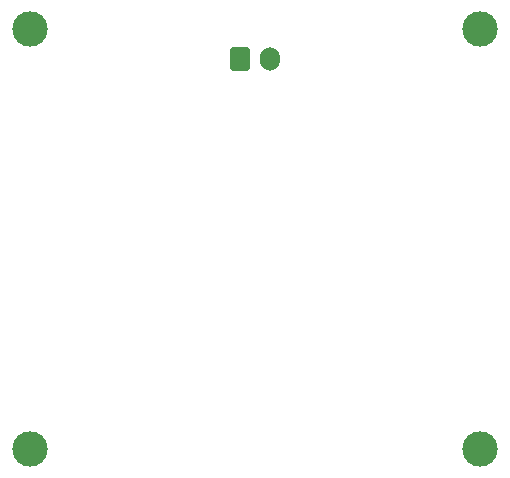
<source format=gbr>
%TF.GenerationSoftware,KiCad,Pcbnew,7.0.8*%
%TF.CreationDate,2023-10-19T22:14:58-07:00*%
%TF.ProjectId,Lab 2,4c616220-322e-46b6-9963-61645f706362,rev?*%
%TF.SameCoordinates,Original*%
%TF.FileFunction,Soldermask,Bot*%
%TF.FilePolarity,Negative*%
%FSLAX46Y46*%
G04 Gerber Fmt 4.6, Leading zero omitted, Abs format (unit mm)*
G04 Created by KiCad (PCBNEW 7.0.8) date 2023-10-19 22:14:58*
%MOMM*%
%LPD*%
G01*
G04 APERTURE LIST*
G04 Aperture macros list*
%AMRoundRect*
0 Rectangle with rounded corners*
0 $1 Rounding radius*
0 $2 $3 $4 $5 $6 $7 $8 $9 X,Y pos of 4 corners*
0 Add a 4 corners polygon primitive as box body*
4,1,4,$2,$3,$4,$5,$6,$7,$8,$9,$2,$3,0*
0 Add four circle primitives for the rounded corners*
1,1,$1+$1,$2,$3*
1,1,$1+$1,$4,$5*
1,1,$1+$1,$6,$7*
1,1,$1+$1,$8,$9*
0 Add four rect primitives between the rounded corners*
20,1,$1+$1,$2,$3,$4,$5,0*
20,1,$1+$1,$4,$5,$6,$7,0*
20,1,$1+$1,$6,$7,$8,$9,0*
20,1,$1+$1,$8,$9,$2,$3,0*%
G04 Aperture macros list end*
%ADD10C,3.000000*%
%ADD11RoundRect,0.250000X-0.600000X-0.750000X0.600000X-0.750000X0.600000X0.750000X-0.600000X0.750000X0*%
%ADD12O,1.700000X2.000000*%
G04 APERTURE END LIST*
D10*
%TO.C,REF\u002A\u002A*%
X76200000Y-106680000D03*
%TD*%
%TO.C,REF\u002A\u002A*%
X114300000Y-106680000D03*
%TD*%
%TO.C,REF\u002A\u002A*%
X76200000Y-71120000D03*
%TD*%
%TO.C,REF\u002A\u002A*%
X114300000Y-71120000D03*
%TD*%
D11*
%TO.C,J1*%
X94020000Y-73660000D03*
D12*
X96520000Y-73660000D03*
%TD*%
M02*

</source>
